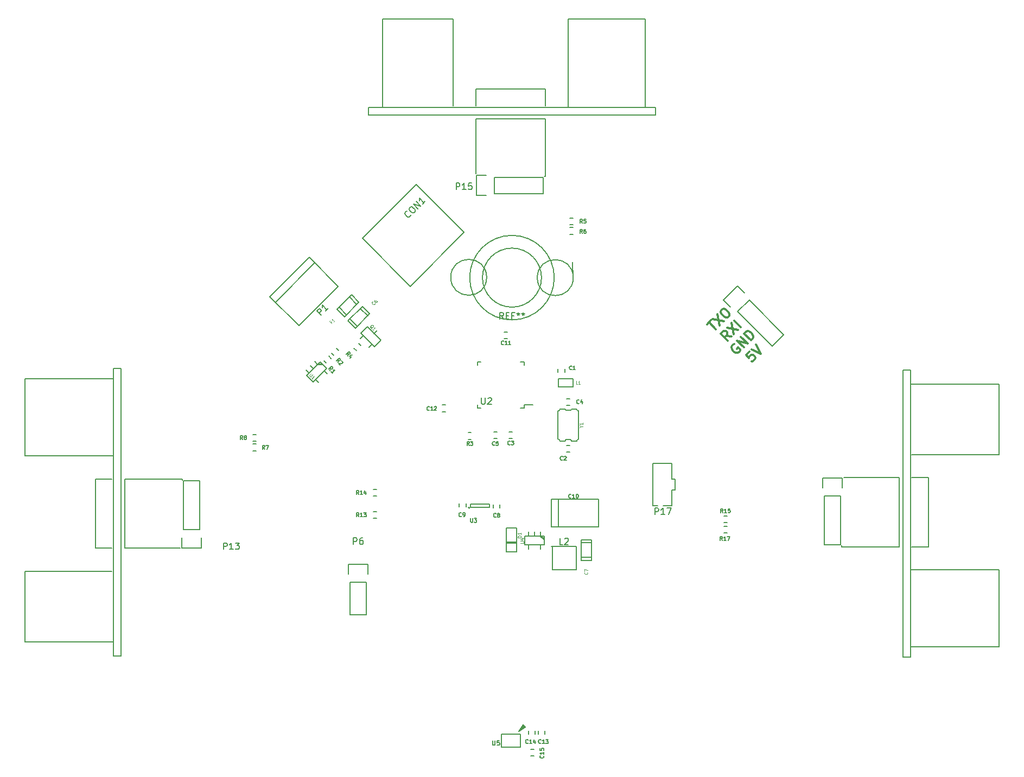
<source format=gbr>
G04 #@! TF.FileFunction,Legend,Top*
%FSLAX46Y46*%
G04 Gerber Fmt 4.6, Leading zero omitted, Abs format (unit mm)*
G04 Created by KiCad (PCBNEW 4.0.4-stable) date 11/01/16 13:58:18*
%MOMM*%
%LPD*%
G01*
G04 APERTURE LIST*
%ADD10C,0.100000*%
%ADD11C,0.300000*%
%ADD12C,0.150000*%
%ADD13C,0.127000*%
%ADD14C,0.119380*%
%ADD15C,0.114300*%
%ADD16C,0.125000*%
G04 APERTURE END LIST*
D10*
D11*
X170450773Y-131678185D02*
X171056865Y-131072093D01*
X171814480Y-132435799D02*
X170753820Y-131375138D01*
X171309403Y-130819555D02*
X173077170Y-131173108D01*
X172016510Y-130112448D02*
X172370063Y-131880215D01*
X172622601Y-129506357D02*
X172824631Y-129304327D01*
X172976155Y-129253819D01*
X173178185Y-129253819D01*
X173430723Y-129405342D01*
X173784276Y-129758895D01*
X173935800Y-130011434D01*
X173935800Y-130213464D01*
X173885291Y-130364987D01*
X173683261Y-130567017D01*
X173531739Y-130617525D01*
X173329708Y-130617525D01*
X173077169Y-130466002D01*
X172723616Y-130112449D01*
X172572094Y-129859910D01*
X172572094Y-129657880D01*
X172622601Y-129506357D01*
X174248947Y-133607575D02*
X173390318Y-133456053D01*
X173642855Y-134213667D02*
X172582195Y-133153007D01*
X172986256Y-132748946D01*
X173137780Y-132698438D01*
X173238795Y-132698439D01*
X173390318Y-132748946D01*
X173541840Y-132900469D01*
X173592348Y-133051992D01*
X173592348Y-133153007D01*
X173541840Y-133304531D01*
X173137780Y-133708591D01*
X173541840Y-132193362D02*
X175309607Y-132546915D01*
X174248947Y-131486255D02*
X174602500Y-133254022D01*
X175713668Y-132142855D02*
X174653008Y-131082194D01*
X174663109Y-134779353D02*
X174511586Y-134829860D01*
X174360063Y-134981383D01*
X174259048Y-135183413D01*
X174259048Y-135385444D01*
X174309556Y-135536967D01*
X174461079Y-135789506D01*
X174612601Y-135941028D01*
X174865140Y-136092551D01*
X175016662Y-136143059D01*
X175218693Y-136143058D01*
X175420723Y-136042043D01*
X175521738Y-135941028D01*
X175622754Y-135738998D01*
X175622754Y-135637982D01*
X175269201Y-135284429D01*
X175067170Y-135486460D01*
X176178338Y-135284429D02*
X175117678Y-134223768D01*
X176784429Y-134678337D01*
X175723769Y-133617677D01*
X177289506Y-134173261D02*
X176228846Y-133112600D01*
X176481384Y-132860062D01*
X176683414Y-132759048D01*
X176885445Y-132759047D01*
X177036968Y-132809555D01*
X177289507Y-132961078D01*
X177441029Y-133112600D01*
X177592552Y-133365139D01*
X177643060Y-133516662D01*
X177643059Y-133718693D01*
X177542044Y-133920722D01*
X177289506Y-134173261D01*
X177021815Y-135925875D02*
X176516739Y-136430951D01*
X176971307Y-136986535D01*
X176971308Y-136885520D01*
X177021815Y-136733997D01*
X177274354Y-136481459D01*
X177425877Y-136430952D01*
X177526892Y-136430951D01*
X177678414Y-136481459D01*
X177930952Y-136733997D01*
X177981460Y-136885520D01*
X177981460Y-136986535D01*
X177930952Y-137138058D01*
X177678414Y-137390596D01*
X177526892Y-137441104D01*
X177425876Y-137441104D01*
X177375368Y-135572322D02*
X178789582Y-136279429D01*
X178082475Y-134865215D01*
D12*
X125139949Y-109789340D02*
X116654668Y-118274621D01*
X116654668Y-118274621D02*
X124150000Y-125769953D01*
X124150000Y-125769953D02*
X132493860Y-117355382D01*
X132493860Y-117355382D02*
X125033883Y-109895406D01*
X108377199Y-121224097D02*
X102225370Y-127375926D01*
X112906218Y-125753116D02*
X106754389Y-131904945D01*
X106754389Y-131904945D02*
X102225370Y-127375926D01*
X103095111Y-128245668D02*
X109246940Y-122093839D01*
X108377199Y-121224097D02*
X112906218Y-125753116D01*
X141875000Y-144775000D02*
X141875000Y-144250000D01*
X134625000Y-144775000D02*
X134625000Y-144250000D01*
X134625000Y-137525000D02*
X134625000Y-138050000D01*
X141875000Y-137525000D02*
X141875000Y-138050000D01*
X141875000Y-144775000D02*
X141350000Y-144775000D01*
X141875000Y-137525000D02*
X141350000Y-137525000D01*
X134625000Y-137525000D02*
X135150000Y-137525000D01*
X134625000Y-144775000D02*
X135150000Y-144775000D01*
X141875000Y-144250000D02*
X143250000Y-144250000D01*
X146596401Y-124400000D02*
G75*
G03X146596401Y-124400000I-6596401J0D01*
G01*
X136050000Y-124350000D02*
G75*
G03X136050000Y-124350000I-2800000J0D01*
G01*
X149551785Y-124400000D02*
G75*
G03X149551785Y-124400000I-2801785J0D01*
G01*
X149500000Y-124400000D02*
X149450000Y-121950000D01*
X144606517Y-124400000D02*
G75*
G03X144606517Y-124400000I-4606517J0D01*
G01*
X147175000Y-138650000D02*
X147175000Y-139150000D01*
X148225000Y-139150000D02*
X148225000Y-138650000D01*
X149050000Y-150575000D02*
X148550000Y-150575000D01*
X148550000Y-151625000D02*
X149050000Y-151625000D01*
X140050000Y-148475000D02*
X139550000Y-148475000D01*
X139550000Y-149525000D02*
X140050000Y-149525000D01*
X149050000Y-143275000D02*
X148550000Y-143275000D01*
X148550000Y-144325000D02*
X149050000Y-144325000D01*
X137150000Y-149525000D02*
X137650000Y-149525000D01*
X137650000Y-148475000D02*
X137150000Y-148475000D01*
X137075000Y-159850000D02*
X137075000Y-160350000D01*
X138125000Y-160350000D02*
X138125000Y-159850000D01*
X132825000Y-160150000D02*
X132825000Y-159650000D01*
X131775000Y-159650000D02*
X131775000Y-160150000D01*
X139250000Y-132875000D02*
X138750000Y-132875000D01*
X138750000Y-133925000D02*
X139250000Y-133925000D01*
X129150000Y-145325000D02*
X129650000Y-145325000D01*
X129650000Y-144275000D02*
X129150000Y-144275000D01*
X145125000Y-195650000D02*
X145125000Y-195150000D01*
X144075000Y-195150000D02*
X144075000Y-195650000D01*
X143625000Y-195650000D02*
X143625000Y-195150000D01*
X142575000Y-195150000D02*
X142575000Y-195650000D01*
X143450000Y-197975000D02*
X142950000Y-197975000D01*
X142950000Y-199025000D02*
X143450000Y-199025000D01*
D13*
X113017041Y-129033487D02*
X114166513Y-130182959D01*
X115782959Y-128566513D02*
X114633487Y-127417041D01*
X116106249Y-128243224D02*
X114956776Y-127093751D01*
X114956776Y-127093751D02*
X112693751Y-129356776D01*
X112693751Y-129356776D02*
X113843224Y-130506249D01*
X113843224Y-130506249D02*
X116106249Y-128243224D01*
X149543000Y-141435000D02*
X147257000Y-141435000D01*
X147257000Y-141435000D02*
X147257000Y-140165000D01*
X147257000Y-140165000D02*
X149543000Y-140165000D01*
X149543000Y-140165000D02*
X149543000Y-141435000D01*
D12*
X146104027Y-166296367D02*
X150004027Y-166296367D01*
X150004027Y-166296367D02*
X150004027Y-169996367D01*
X150004027Y-169996367D02*
X146304027Y-169996367D01*
X146304027Y-169996367D02*
X146304027Y-166296367D01*
X110651992Y-137394454D02*
X111005546Y-137748008D01*
X111748008Y-137005546D02*
X111394454Y-136651992D01*
X112948008Y-135805546D02*
X112594454Y-135451992D01*
X111851992Y-136194454D02*
X112205546Y-136548008D01*
X133650000Y-148575000D02*
X133150000Y-148575000D01*
X133150000Y-149625000D02*
X133650000Y-149625000D01*
X115351992Y-135394454D02*
X115705546Y-135748008D01*
X116448008Y-135005546D02*
X116094454Y-134651992D01*
D13*
X109607763Y-138004409D02*
X110523749Y-138004409D01*
X109715526Y-137896646D02*
X110415986Y-137896646D01*
X109320395Y-140267433D02*
X109787368Y-140734407D01*
X110667433Y-138920395D02*
X111134407Y-139387368D01*
X109006086Y-138606086D02*
X108539113Y-138139113D01*
X108332567Y-139279605D02*
X107865593Y-138812632D01*
X109679605Y-137932567D02*
X109212632Y-137465593D01*
X111053584Y-138534244D02*
X108934244Y-140653584D01*
X108934244Y-140653584D02*
X107946416Y-139665756D01*
X107946416Y-139665756D02*
X110065756Y-137546416D01*
X110065756Y-137546416D02*
X111053584Y-138534244D01*
D12*
X133400000Y-160300000D02*
G75*
G03X133400000Y-160300000I-100000J0D01*
G01*
X133550000Y-159750000D02*
X133550000Y-160250000D01*
X136450000Y-159750000D02*
X133550000Y-159750000D01*
X136450000Y-160250000D02*
X136450000Y-159750000D01*
X133550000Y-160250000D02*
X136450000Y-160250000D01*
D13*
X144354927Y-164697867D02*
X145002627Y-165345567D01*
X144507327Y-164697867D02*
X145002627Y-165193167D01*
X142551527Y-166094867D02*
X142551527Y-166755267D01*
X144456527Y-166094867D02*
X144456527Y-166755267D01*
X143504027Y-164697867D02*
X143504027Y-164037467D01*
X142551527Y-164697867D02*
X142551527Y-164037467D01*
X144456527Y-164697867D02*
X144456527Y-164037467D01*
X145002627Y-166094867D02*
X142005427Y-166094867D01*
X142005427Y-166094867D02*
X142005427Y-164697867D01*
X142005427Y-164697867D02*
X145002627Y-164697867D01*
X145002627Y-164697867D02*
X145002627Y-166094867D01*
D12*
X150400000Y-149600000D02*
G75*
G03X150100000Y-149900000I0J-300000D01*
G01*
X150100000Y-144900000D02*
G75*
G03X150400000Y-145200000I300000J0D01*
G01*
X150400000Y-145200000D02*
X150400000Y-149600000D01*
X149300000Y-144900000D02*
X150100000Y-144900000D01*
X149300000Y-149900000D02*
X150100000Y-149900000D01*
X148400000Y-149700000D02*
X149200000Y-149700000D01*
X148400000Y-149700000D02*
X148300000Y-149900000D01*
X149200000Y-149700000D02*
X149300000Y-149900000D01*
X147500000Y-149900000D02*
X148300000Y-149900000D01*
X147500000Y-149900000D02*
G75*
G03X147200000Y-149600000I-300000J0D01*
G01*
X147200000Y-145200000D02*
X147200000Y-149600000D01*
X147500000Y-144900000D02*
X148300000Y-144900000D01*
X147200000Y-145200000D02*
G75*
G03X147500000Y-144900000I0J300000D01*
G01*
X148300000Y-144900000D02*
X148400000Y-145100000D01*
X149300000Y-144900000D02*
X149200000Y-145100000D01*
X148400000Y-145100000D02*
X149200000Y-145100000D01*
D13*
X140704127Y-165650467D02*
X139103927Y-165650467D01*
X139103927Y-165723467D02*
X140704127Y-165723467D01*
X140704127Y-165796467D02*
X139103927Y-165796467D01*
X140704127Y-167150567D02*
X140704127Y-163442167D01*
X140704127Y-163442167D02*
X139103927Y-163442167D01*
X139103927Y-163442167D02*
X139103927Y-167150567D01*
X139103927Y-167150567D02*
X140704127Y-167150567D01*
D12*
X147260000Y-163259000D02*
X147260000Y-158941000D01*
X153483000Y-163259000D02*
X153483000Y-158941000D01*
X153483000Y-158941000D02*
X146117000Y-158941000D01*
X146117000Y-158941000D02*
X146117000Y-163259000D01*
X146117000Y-163259000D02*
X153483000Y-163259000D01*
D13*
X150791227Y-168039367D02*
X152416827Y-168039367D01*
X152416827Y-165753367D02*
X150791227Y-165753367D01*
X152416827Y-165296167D02*
X150791227Y-165296167D01*
X150791227Y-165296167D02*
X150791227Y-168496567D01*
X150791227Y-168496567D02*
X152416827Y-168496567D01*
X152416827Y-168496567D02*
X152416827Y-165296167D01*
D12*
X77600000Y-166600000D02*
X75000000Y-166600000D01*
X75000000Y-166600000D02*
X75000000Y-155800000D01*
X75000000Y-155800000D02*
X77600000Y-155800000D01*
X77800000Y-140200000D02*
X64000000Y-140200000D01*
X64000000Y-140200000D02*
X64000000Y-152200000D01*
X64000000Y-152200000D02*
X77800000Y-152200000D01*
X77800000Y-181200000D02*
X64000000Y-181200000D01*
X64000000Y-181200000D02*
X64000000Y-170200000D01*
X64000000Y-170200000D02*
X77600000Y-170200000D01*
X77800000Y-138600000D02*
X77800000Y-183400000D01*
X77800000Y-183400000D02*
X79000000Y-183400000D01*
X79000000Y-183400000D02*
X79000000Y-138600000D01*
X79000000Y-138600000D02*
X77800000Y-138600000D01*
X88200000Y-166600000D02*
X79600000Y-166600000D01*
X79600000Y-166600000D02*
X79600000Y-155800000D01*
X79600000Y-155800000D02*
X88600000Y-155800000D01*
X88600000Y-155800000D02*
X88600000Y-156000000D01*
X91270000Y-163730000D02*
X91270000Y-156110000D01*
X88730000Y-163730000D02*
X88730000Y-156110000D01*
X88450000Y-166550000D02*
X88450000Y-165000000D01*
X91270000Y-156110000D02*
X88730000Y-156110000D01*
X88730000Y-163730000D02*
X91270000Y-163730000D01*
X91550000Y-165000000D02*
X91550000Y-166550000D01*
X91550000Y-166550000D02*
X88450000Y-166550000D01*
X134400000Y-97600000D02*
X134400000Y-95000000D01*
X134400000Y-95000000D02*
X145200000Y-95000000D01*
X145200000Y-95000000D02*
X145200000Y-97600000D01*
X160800000Y-97800000D02*
X160800000Y-84000000D01*
X160800000Y-84000000D02*
X148800000Y-84000000D01*
X148800000Y-84000000D02*
X148800000Y-97800000D01*
X119800000Y-97800000D02*
X119800000Y-84000000D01*
X119800000Y-84000000D02*
X130800000Y-84000000D01*
X130800000Y-84000000D02*
X130800000Y-97600000D01*
X162400000Y-97800000D02*
X117600000Y-97800000D01*
X117600000Y-97800000D02*
X117600000Y-99000000D01*
X117600000Y-99000000D02*
X162400000Y-99000000D01*
X162400000Y-99000000D02*
X162400000Y-97800000D01*
X134400000Y-108200000D02*
X134400000Y-99600000D01*
X134400000Y-99600000D02*
X145200000Y-99600000D01*
X145200000Y-99600000D02*
X145200000Y-108600000D01*
X145200000Y-108600000D02*
X145000000Y-108600000D01*
X137270000Y-111270000D02*
X144890000Y-111270000D01*
X137270000Y-108730000D02*
X144890000Y-108730000D01*
X134450000Y-108450000D02*
X136000000Y-108450000D01*
X144890000Y-111270000D02*
X144890000Y-108730000D01*
X137270000Y-108730000D02*
X137270000Y-111270000D01*
X136000000Y-111550000D02*
X134450000Y-111550000D01*
X134450000Y-111550000D02*
X134450000Y-108450000D01*
X202400000Y-155590000D02*
X205000000Y-155590000D01*
X205000000Y-155590000D02*
X205000000Y-166390000D01*
X205000000Y-166390000D02*
X202400000Y-166390000D01*
X202200000Y-181990000D02*
X216000000Y-181990000D01*
X216000000Y-181990000D02*
X216000000Y-169990000D01*
X216000000Y-169990000D02*
X202200000Y-169990000D01*
X202200000Y-140990000D02*
X216000000Y-140990000D01*
X216000000Y-140990000D02*
X216000000Y-151990000D01*
X216000000Y-151990000D02*
X202400000Y-151990000D01*
X202200000Y-183590000D02*
X202200000Y-138790000D01*
X202200000Y-138790000D02*
X201000000Y-138790000D01*
X201000000Y-138790000D02*
X201000000Y-183590000D01*
X201000000Y-183590000D02*
X202200000Y-183590000D01*
X191800000Y-155590000D02*
X200400000Y-155590000D01*
X200400000Y-155590000D02*
X200400000Y-166390000D01*
X200400000Y-166390000D02*
X191400000Y-166390000D01*
X191400000Y-166390000D02*
X191400000Y-166190000D01*
X188730000Y-158460000D02*
X188730000Y-166080000D01*
X191270000Y-158460000D02*
X191270000Y-166080000D01*
X191550000Y-155640000D02*
X191550000Y-157190000D01*
X188730000Y-166080000D02*
X191270000Y-166080000D01*
X191270000Y-158460000D02*
X188730000Y-158460000D01*
X188450000Y-157190000D02*
X188450000Y-155640000D01*
X188450000Y-155640000D02*
X191550000Y-155640000D01*
D13*
X117482959Y-130366513D02*
X116333487Y-129217041D01*
X114717041Y-130833487D02*
X115866513Y-131982959D01*
X114393751Y-131156776D02*
X115543224Y-132306249D01*
X115543224Y-132306249D02*
X117806249Y-130043224D01*
X117806249Y-130043224D02*
X116656776Y-128893751D01*
X116656776Y-128893751D02*
X114393751Y-131156776D01*
X118179605Y-134767433D02*
X117712632Y-135234407D01*
X116832567Y-133420395D02*
X116365593Y-133887368D01*
X118493914Y-133106086D02*
X118960887Y-132639113D01*
X117434244Y-132046416D02*
X119553584Y-134165756D01*
X119553584Y-134165756D02*
X118565756Y-135153584D01*
X118565756Y-135153584D02*
X116446416Y-133034244D01*
X116446416Y-133034244D02*
X117434244Y-132046416D01*
D12*
X138350000Y-197650000D02*
X141350000Y-197650000D01*
X141350000Y-197650000D02*
X141350000Y-195650000D01*
X141350000Y-195650000D02*
X138350000Y-195650000D01*
X138350000Y-195650000D02*
X138350000Y-197650000D01*
X141050000Y-195200000D02*
X141800000Y-194250000D01*
X141050000Y-195200000D02*
X142000000Y-194450000D01*
X142075000Y-194525000D02*
X141725000Y-194175000D01*
X141725000Y-194175000D02*
X141050000Y-195200000D01*
X141050000Y-195200000D02*
X142075000Y-194525000D01*
X141050000Y-195200000D02*
X141900000Y-194350000D01*
X118400000Y-161975000D02*
X118900000Y-161975000D01*
X118900000Y-160925000D02*
X118400000Y-160925000D01*
X118350000Y-158475000D02*
X118850000Y-158475000D01*
X118850000Y-157425000D02*
X118350000Y-157425000D01*
X175207898Y-129703949D02*
X180596052Y-135092103D01*
X177003949Y-127907898D02*
X182392103Y-133296052D01*
X175207898Y-125715867D02*
X176303914Y-126811882D01*
X180596052Y-135092103D02*
X182392103Y-133296052D01*
X177003949Y-127907898D02*
X175207898Y-129703949D01*
X174111882Y-129003914D02*
X173015867Y-127907898D01*
X173015867Y-127907898D02*
X175207898Y-125715867D01*
X114730000Y-171930000D02*
X114730000Y-177010000D01*
X114730000Y-177010000D02*
X117270000Y-177010000D01*
X117270000Y-177010000D02*
X117270000Y-171930000D01*
X117550000Y-169110000D02*
X117550000Y-170660000D01*
X117270000Y-171930000D02*
X114730000Y-171930000D01*
X114450000Y-170660000D02*
X114450000Y-169110000D01*
X114450000Y-169110000D02*
X117550000Y-169110000D01*
X149550000Y-115075000D02*
X149050000Y-115075000D01*
X149050000Y-116125000D02*
X149550000Y-116125000D01*
X149050000Y-117625000D02*
X149550000Y-117625000D01*
X149550000Y-116575000D02*
X149050000Y-116575000D01*
X99550000Y-151425000D02*
X100050000Y-151425000D01*
X100050000Y-150375000D02*
X99550000Y-150375000D01*
X100050000Y-148875000D02*
X99550000Y-148875000D01*
X99550000Y-149925000D02*
X100050000Y-149925000D01*
X173550000Y-161575000D02*
X173050000Y-161575000D01*
X173050000Y-162625000D02*
X173550000Y-162625000D01*
X173050000Y-164225000D02*
X173550000Y-164225000D01*
X173550000Y-163175000D02*
X173050000Y-163175000D01*
X165470000Y-157500000D02*
X164970000Y-157500000D01*
X165470000Y-155800000D02*
X165470000Y-157500000D01*
X164970000Y-155800000D02*
X165470000Y-155800000D01*
X161970000Y-160000000D02*
X162770000Y-160000000D01*
X161970000Y-153350000D02*
X161970000Y-160000000D01*
X161970000Y-153350000D02*
X164920000Y-153350000D01*
X164970000Y-153350000D02*
X164970000Y-155800000D01*
X163570000Y-160000000D02*
X164920000Y-160000000D01*
X164970000Y-160000000D02*
X164970000Y-157500000D01*
X124215660Y-114612817D02*
X124215660Y-114680161D01*
X124148317Y-114814848D01*
X124080973Y-114882191D01*
X123946286Y-114949535D01*
X123811599Y-114949535D01*
X123710584Y-114915864D01*
X123542225Y-114814848D01*
X123441209Y-114713833D01*
X123340194Y-114545474D01*
X123306522Y-114444459D01*
X123306522Y-114309772D01*
X123373866Y-114175084D01*
X123441210Y-114107741D01*
X123575897Y-114040397D01*
X123643240Y-114040397D01*
X124013629Y-113535322D02*
X124148317Y-113400634D01*
X124249332Y-113366962D01*
X124384019Y-113366962D01*
X124552377Y-113467978D01*
X124788080Y-113703680D01*
X124889095Y-113872039D01*
X124889095Y-114006726D01*
X124855423Y-114107741D01*
X124720736Y-114242428D01*
X124619721Y-114276100D01*
X124485034Y-114276100D01*
X124316675Y-114175085D01*
X124080973Y-113939382D01*
X123979957Y-113771024D01*
X123979957Y-113636337D01*
X124013629Y-113535322D01*
X125326827Y-113636337D02*
X124619721Y-112929230D01*
X125730889Y-113232276D01*
X125023782Y-112525169D01*
X126437996Y-112525169D02*
X126033934Y-112929230D01*
X126235965Y-112727200D02*
X125528858Y-112020093D01*
X125562529Y-112188452D01*
X125562529Y-112323138D01*
X125528858Y-112424154D01*
X110237488Y-130281312D02*
X109530381Y-129574205D01*
X109799755Y-129304830D01*
X109900771Y-129271159D01*
X109968114Y-129271159D01*
X110069129Y-129304830D01*
X110170144Y-129405846D01*
X110203816Y-129506861D01*
X110203816Y-129574204D01*
X110170144Y-129675219D01*
X109900770Y-129944594D01*
X111314984Y-129203815D02*
X110910923Y-129607877D01*
X111112953Y-129405846D02*
X110405846Y-128698740D01*
X110439518Y-128867098D01*
X110439518Y-129001785D01*
X110405846Y-129102800D01*
X135238095Y-143152381D02*
X135238095Y-143961905D01*
X135285714Y-144057143D01*
X135333333Y-144104762D01*
X135428571Y-144152381D01*
X135619048Y-144152381D01*
X135714286Y-144104762D01*
X135761905Y-144057143D01*
X135809524Y-143961905D01*
X135809524Y-143152381D01*
X136238095Y-143247619D02*
X136285714Y-143200000D01*
X136380952Y-143152381D01*
X136619048Y-143152381D01*
X136714286Y-143200000D01*
X136761905Y-143247619D01*
X136809524Y-143342857D01*
X136809524Y-143438095D01*
X136761905Y-143580952D01*
X136190476Y-144152381D01*
X136809524Y-144152381D01*
X138666667Y-130852381D02*
X138333333Y-130376190D01*
X138095238Y-130852381D02*
X138095238Y-129852381D01*
X138476191Y-129852381D01*
X138571429Y-129900000D01*
X138619048Y-129947619D01*
X138666667Y-130042857D01*
X138666667Y-130185714D01*
X138619048Y-130280952D01*
X138571429Y-130328571D01*
X138476191Y-130376190D01*
X138095238Y-130376190D01*
X139095238Y-130328571D02*
X139428572Y-130328571D01*
X139571429Y-130852381D02*
X139095238Y-130852381D01*
X139095238Y-129852381D01*
X139571429Y-129852381D01*
X140333334Y-130328571D02*
X140000000Y-130328571D01*
X140000000Y-130852381D02*
X140000000Y-129852381D01*
X140476191Y-129852381D01*
X141000000Y-129852381D02*
X141000000Y-130090476D01*
X140761905Y-129995238D02*
X141000000Y-130090476D01*
X141238096Y-129995238D01*
X140857143Y-130280952D02*
X141000000Y-130090476D01*
X141142858Y-130280952D01*
X141761905Y-129852381D02*
X141761905Y-130090476D01*
X141523810Y-129995238D02*
X141761905Y-130090476D01*
X142000001Y-129995238D01*
X141619048Y-130280952D02*
X141761905Y-130090476D01*
X141904763Y-130280952D01*
X149325000Y-138714286D02*
X149296429Y-138742857D01*
X149210715Y-138771429D01*
X149153572Y-138771429D01*
X149067857Y-138742857D01*
X149010715Y-138685714D01*
X148982143Y-138628571D01*
X148953572Y-138514286D01*
X148953572Y-138428571D01*
X148982143Y-138314286D01*
X149010715Y-138257143D01*
X149067857Y-138200000D01*
X149153572Y-138171429D01*
X149210715Y-138171429D01*
X149296429Y-138200000D01*
X149325000Y-138228571D01*
X149896429Y-138771429D02*
X149553572Y-138771429D01*
X149725000Y-138771429D02*
X149725000Y-138171429D01*
X149667857Y-138257143D01*
X149610715Y-138314286D01*
X149553572Y-138342857D01*
X147900000Y-152814286D02*
X147871429Y-152842857D01*
X147785715Y-152871429D01*
X147728572Y-152871429D01*
X147642857Y-152842857D01*
X147585715Y-152785714D01*
X147557143Y-152728571D01*
X147528572Y-152614286D01*
X147528572Y-152528571D01*
X147557143Y-152414286D01*
X147585715Y-152357143D01*
X147642857Y-152300000D01*
X147728572Y-152271429D01*
X147785715Y-152271429D01*
X147871429Y-152300000D01*
X147900000Y-152328571D01*
X148128572Y-152328571D02*
X148157143Y-152300000D01*
X148214286Y-152271429D01*
X148357143Y-152271429D01*
X148414286Y-152300000D01*
X148442857Y-152328571D01*
X148471429Y-152385714D01*
X148471429Y-152442857D01*
X148442857Y-152528571D01*
X148100000Y-152871429D01*
X148471429Y-152871429D01*
X139700000Y-150414286D02*
X139671429Y-150442857D01*
X139585715Y-150471429D01*
X139528572Y-150471429D01*
X139442857Y-150442857D01*
X139385715Y-150385714D01*
X139357143Y-150328571D01*
X139328572Y-150214286D01*
X139328572Y-150128571D01*
X139357143Y-150014286D01*
X139385715Y-149957143D01*
X139442857Y-149900000D01*
X139528572Y-149871429D01*
X139585715Y-149871429D01*
X139671429Y-149900000D01*
X139700000Y-149928571D01*
X139900000Y-149871429D02*
X140271429Y-149871429D01*
X140071429Y-150100000D01*
X140157143Y-150100000D01*
X140214286Y-150128571D01*
X140242857Y-150157143D01*
X140271429Y-150214286D01*
X140271429Y-150357143D01*
X140242857Y-150414286D01*
X140214286Y-150442857D01*
X140157143Y-150471429D01*
X139985715Y-150471429D01*
X139928572Y-150442857D01*
X139900000Y-150414286D01*
X150475000Y-143989286D02*
X150446429Y-144017857D01*
X150360715Y-144046429D01*
X150303572Y-144046429D01*
X150217857Y-144017857D01*
X150160715Y-143960714D01*
X150132143Y-143903571D01*
X150103572Y-143789286D01*
X150103572Y-143703571D01*
X150132143Y-143589286D01*
X150160715Y-143532143D01*
X150217857Y-143475000D01*
X150303572Y-143446429D01*
X150360715Y-143446429D01*
X150446429Y-143475000D01*
X150475000Y-143503571D01*
X150989286Y-143646429D02*
X150989286Y-144046429D01*
X150846429Y-143417857D02*
X150703572Y-143846429D01*
X151075000Y-143846429D01*
X137300000Y-150514286D02*
X137271429Y-150542857D01*
X137185715Y-150571429D01*
X137128572Y-150571429D01*
X137042857Y-150542857D01*
X136985715Y-150485714D01*
X136957143Y-150428571D01*
X136928572Y-150314286D01*
X136928572Y-150228571D01*
X136957143Y-150114286D01*
X136985715Y-150057143D01*
X137042857Y-150000000D01*
X137128572Y-149971429D01*
X137185715Y-149971429D01*
X137271429Y-150000000D01*
X137300000Y-150028571D01*
X137842857Y-149971429D02*
X137557143Y-149971429D01*
X137528572Y-150257143D01*
X137557143Y-150228571D01*
X137614286Y-150200000D01*
X137757143Y-150200000D01*
X137814286Y-150228571D01*
X137842857Y-150257143D01*
X137871429Y-150314286D01*
X137871429Y-150457143D01*
X137842857Y-150514286D01*
X137814286Y-150542857D01*
X137757143Y-150571429D01*
X137614286Y-150571429D01*
X137557143Y-150542857D01*
X137528572Y-150514286D01*
X137500000Y-161714286D02*
X137471429Y-161742857D01*
X137385715Y-161771429D01*
X137328572Y-161771429D01*
X137242857Y-161742857D01*
X137185715Y-161685714D01*
X137157143Y-161628571D01*
X137128572Y-161514286D01*
X137128572Y-161428571D01*
X137157143Y-161314286D01*
X137185715Y-161257143D01*
X137242857Y-161200000D01*
X137328572Y-161171429D01*
X137385715Y-161171429D01*
X137471429Y-161200000D01*
X137500000Y-161228571D01*
X137842857Y-161428571D02*
X137785715Y-161400000D01*
X137757143Y-161371429D01*
X137728572Y-161314286D01*
X137728572Y-161285714D01*
X137757143Y-161228571D01*
X137785715Y-161200000D01*
X137842857Y-161171429D01*
X137957143Y-161171429D01*
X138014286Y-161200000D01*
X138042857Y-161228571D01*
X138071429Y-161285714D01*
X138071429Y-161314286D01*
X138042857Y-161371429D01*
X138014286Y-161400000D01*
X137957143Y-161428571D01*
X137842857Y-161428571D01*
X137785715Y-161457143D01*
X137757143Y-161485714D01*
X137728572Y-161542857D01*
X137728572Y-161657143D01*
X137757143Y-161714286D01*
X137785715Y-161742857D01*
X137842857Y-161771429D01*
X137957143Y-161771429D01*
X138014286Y-161742857D01*
X138042857Y-161714286D01*
X138071429Y-161657143D01*
X138071429Y-161542857D01*
X138042857Y-161485714D01*
X138014286Y-161457143D01*
X137957143Y-161428571D01*
X132100000Y-161614286D02*
X132071429Y-161642857D01*
X131985715Y-161671429D01*
X131928572Y-161671429D01*
X131842857Y-161642857D01*
X131785715Y-161585714D01*
X131757143Y-161528571D01*
X131728572Y-161414286D01*
X131728572Y-161328571D01*
X131757143Y-161214286D01*
X131785715Y-161157143D01*
X131842857Y-161100000D01*
X131928572Y-161071429D01*
X131985715Y-161071429D01*
X132071429Y-161100000D01*
X132100000Y-161128571D01*
X132385715Y-161671429D02*
X132500000Y-161671429D01*
X132557143Y-161642857D01*
X132585715Y-161614286D01*
X132642857Y-161528571D01*
X132671429Y-161414286D01*
X132671429Y-161185714D01*
X132642857Y-161128571D01*
X132614286Y-161100000D01*
X132557143Y-161071429D01*
X132442857Y-161071429D01*
X132385715Y-161100000D01*
X132357143Y-161128571D01*
X132328572Y-161185714D01*
X132328572Y-161328571D01*
X132357143Y-161385714D01*
X132385715Y-161414286D01*
X132442857Y-161442857D01*
X132557143Y-161442857D01*
X132614286Y-161414286D01*
X132642857Y-161385714D01*
X132671429Y-161328571D01*
X138689285Y-134814286D02*
X138660714Y-134842857D01*
X138575000Y-134871429D01*
X138517857Y-134871429D01*
X138432142Y-134842857D01*
X138375000Y-134785714D01*
X138346428Y-134728571D01*
X138317857Y-134614286D01*
X138317857Y-134528571D01*
X138346428Y-134414286D01*
X138375000Y-134357143D01*
X138432142Y-134300000D01*
X138517857Y-134271429D01*
X138575000Y-134271429D01*
X138660714Y-134300000D01*
X138689285Y-134328571D01*
X139260714Y-134871429D02*
X138917857Y-134871429D01*
X139089285Y-134871429D02*
X139089285Y-134271429D01*
X139032142Y-134357143D01*
X138975000Y-134414286D01*
X138917857Y-134442857D01*
X139832143Y-134871429D02*
X139489286Y-134871429D01*
X139660714Y-134871429D02*
X139660714Y-134271429D01*
X139603571Y-134357143D01*
X139546429Y-134414286D01*
X139489286Y-134442857D01*
X127089285Y-145064286D02*
X127060714Y-145092857D01*
X126975000Y-145121429D01*
X126917857Y-145121429D01*
X126832142Y-145092857D01*
X126775000Y-145035714D01*
X126746428Y-144978571D01*
X126717857Y-144864286D01*
X126717857Y-144778571D01*
X126746428Y-144664286D01*
X126775000Y-144607143D01*
X126832142Y-144550000D01*
X126917857Y-144521429D01*
X126975000Y-144521429D01*
X127060714Y-144550000D01*
X127089285Y-144578571D01*
X127660714Y-145121429D02*
X127317857Y-145121429D01*
X127489285Y-145121429D02*
X127489285Y-144521429D01*
X127432142Y-144607143D01*
X127375000Y-144664286D01*
X127317857Y-144692857D01*
X127889286Y-144578571D02*
X127917857Y-144550000D01*
X127975000Y-144521429D01*
X128117857Y-144521429D01*
X128175000Y-144550000D01*
X128203571Y-144578571D01*
X128232143Y-144635714D01*
X128232143Y-144692857D01*
X128203571Y-144778571D01*
X127860714Y-145121429D01*
X128232143Y-145121429D01*
X144514285Y-197014286D02*
X144485714Y-197042857D01*
X144400000Y-197071429D01*
X144342857Y-197071429D01*
X144257142Y-197042857D01*
X144200000Y-196985714D01*
X144171428Y-196928571D01*
X144142857Y-196814286D01*
X144142857Y-196728571D01*
X144171428Y-196614286D01*
X144200000Y-196557143D01*
X144257142Y-196500000D01*
X144342857Y-196471429D01*
X144400000Y-196471429D01*
X144485714Y-196500000D01*
X144514285Y-196528571D01*
X145085714Y-197071429D02*
X144742857Y-197071429D01*
X144914285Y-197071429D02*
X144914285Y-196471429D01*
X144857142Y-196557143D01*
X144800000Y-196614286D01*
X144742857Y-196642857D01*
X145285714Y-196471429D02*
X145657143Y-196471429D01*
X145457143Y-196700000D01*
X145542857Y-196700000D01*
X145600000Y-196728571D01*
X145628571Y-196757143D01*
X145657143Y-196814286D01*
X145657143Y-196957143D01*
X145628571Y-197014286D01*
X145600000Y-197042857D01*
X145542857Y-197071429D01*
X145371429Y-197071429D01*
X145314286Y-197042857D01*
X145285714Y-197014286D01*
X142514285Y-197014286D02*
X142485714Y-197042857D01*
X142400000Y-197071429D01*
X142342857Y-197071429D01*
X142257142Y-197042857D01*
X142200000Y-196985714D01*
X142171428Y-196928571D01*
X142142857Y-196814286D01*
X142142857Y-196728571D01*
X142171428Y-196614286D01*
X142200000Y-196557143D01*
X142257142Y-196500000D01*
X142342857Y-196471429D01*
X142400000Y-196471429D01*
X142485714Y-196500000D01*
X142514285Y-196528571D01*
X143085714Y-197071429D02*
X142742857Y-197071429D01*
X142914285Y-197071429D02*
X142914285Y-196471429D01*
X142857142Y-196557143D01*
X142800000Y-196614286D01*
X142742857Y-196642857D01*
X143600000Y-196671429D02*
X143600000Y-197071429D01*
X143457143Y-196442857D02*
X143314286Y-196871429D01*
X143685714Y-196871429D01*
X144914286Y-198985715D02*
X144942857Y-199014286D01*
X144971429Y-199100000D01*
X144971429Y-199157143D01*
X144942857Y-199242858D01*
X144885714Y-199300000D01*
X144828571Y-199328572D01*
X144714286Y-199357143D01*
X144628571Y-199357143D01*
X144514286Y-199328572D01*
X144457143Y-199300000D01*
X144400000Y-199242858D01*
X144371429Y-199157143D01*
X144371429Y-199100000D01*
X144400000Y-199014286D01*
X144428571Y-198985715D01*
X144971429Y-198414286D02*
X144971429Y-198757143D01*
X144971429Y-198585715D02*
X144371429Y-198585715D01*
X144457143Y-198642858D01*
X144514286Y-198700000D01*
X144542857Y-198757143D01*
X144371429Y-197871429D02*
X144371429Y-198157143D01*
X144657143Y-198185714D01*
X144628571Y-198157143D01*
X144600000Y-198100000D01*
X144600000Y-197957143D01*
X144628571Y-197900000D01*
X144657143Y-197871429D01*
X144714286Y-197842857D01*
X144857143Y-197842857D01*
X144914286Y-197871429D01*
X144942857Y-197900000D01*
X144971429Y-197957143D01*
X144971429Y-198100000D01*
X144942857Y-198157143D01*
X144914286Y-198185714D01*
D14*
X111817269Y-131261476D02*
X111699328Y-131379416D01*
X111884663Y-131564751D02*
X111530841Y-131210929D01*
X111699328Y-131042442D01*
X112373275Y-131076140D02*
X112171090Y-131278324D01*
X112272182Y-131177232D02*
X111918360Y-130823410D01*
X111935209Y-130907653D01*
X111935209Y-130975047D01*
X111918360Y-131025594D01*
D15*
X150223800Y-141054810D02*
X150006086Y-141054810D01*
X150006086Y-140546810D01*
X150615686Y-141054810D02*
X150354429Y-141054810D01*
X150485057Y-141054810D02*
X150485057Y-140546810D01*
X150441514Y-140619381D01*
X150397972Y-140667762D01*
X150354429Y-140691952D01*
D12*
X147937361Y-166048748D02*
X147461170Y-166048748D01*
X147461170Y-165048748D01*
X148223075Y-165143986D02*
X148270694Y-165096367D01*
X148365932Y-165048748D01*
X148604028Y-165048748D01*
X148699266Y-165096367D01*
X148746885Y-165143986D01*
X148794504Y-165239224D01*
X148794504Y-165334462D01*
X148746885Y-165477319D01*
X148175456Y-166048748D01*
X148794504Y-166048748D01*
X111637360Y-138921219D02*
X111697970Y-138577766D01*
X111394924Y-138678782D02*
X111819188Y-138254518D01*
X111980812Y-138416143D01*
X112001015Y-138476751D01*
X112001016Y-138517157D01*
X111980812Y-138577766D01*
X111920203Y-138638376D01*
X111859595Y-138658579D01*
X111819188Y-138658579D01*
X111758579Y-138638376D01*
X111596955Y-138476751D01*
X112041421Y-139325280D02*
X111798985Y-139082843D01*
X111920203Y-139204061D02*
X112344467Y-138779797D01*
X112243452Y-138800000D01*
X112162640Y-138800001D01*
X112102031Y-138779797D01*
X112837360Y-137621219D02*
X112897970Y-137277766D01*
X112594924Y-137378782D02*
X113019188Y-136954518D01*
X113180812Y-137116143D01*
X113201015Y-137176751D01*
X113201016Y-137217157D01*
X113180812Y-137277766D01*
X113120203Y-137338376D01*
X113059595Y-137358579D01*
X113019188Y-137358579D01*
X112958579Y-137338376D01*
X112796955Y-137176751D01*
X113382843Y-137398985D02*
X113423249Y-137398985D01*
X113483858Y-137419188D01*
X113584873Y-137520203D01*
X113605076Y-137580812D01*
X113605076Y-137621218D01*
X113584874Y-137681828D01*
X113544468Y-137722234D01*
X113463655Y-137762639D01*
X112978781Y-137762640D01*
X113241421Y-138025280D01*
X133325000Y-150571429D02*
X133125000Y-150285714D01*
X132982143Y-150571429D02*
X132982143Y-149971429D01*
X133210715Y-149971429D01*
X133267857Y-150000000D01*
X133296429Y-150028571D01*
X133325000Y-150085714D01*
X133325000Y-150171429D01*
X133296429Y-150228571D01*
X133267857Y-150257143D01*
X133210715Y-150285714D01*
X132982143Y-150285714D01*
X133525000Y-149971429D02*
X133896429Y-149971429D01*
X133696429Y-150200000D01*
X133782143Y-150200000D01*
X133839286Y-150228571D01*
X133867857Y-150257143D01*
X133896429Y-150314286D01*
X133896429Y-150457143D01*
X133867857Y-150514286D01*
X133839286Y-150542857D01*
X133782143Y-150571429D01*
X133610715Y-150571429D01*
X133553572Y-150542857D01*
X133525000Y-150514286D01*
X114364568Y-136594011D02*
X114425178Y-136250558D01*
X114122132Y-136351574D02*
X114546396Y-135927310D01*
X114708020Y-136088935D01*
X114728223Y-136149543D01*
X114728224Y-136189949D01*
X114708020Y-136250558D01*
X114647411Y-136311168D01*
X114586803Y-136331371D01*
X114546396Y-136331371D01*
X114485787Y-136311168D01*
X114324163Y-136149543D01*
X115011066Y-136674823D02*
X114728223Y-136957666D01*
X115071676Y-136412183D02*
X114667614Y-136614214D01*
X114930253Y-136876853D01*
D16*
X108724239Y-139337013D02*
X108438029Y-139623223D01*
X108421193Y-139673731D01*
X108421193Y-139707403D01*
X108438029Y-139757910D01*
X108505373Y-139825254D01*
X108555880Y-139842090D01*
X108589552Y-139842089D01*
X108640060Y-139825254D01*
X108926269Y-139539044D01*
X108926269Y-140246150D02*
X108724239Y-140044120D01*
X108825254Y-140145135D02*
X109178808Y-139791582D01*
X109094628Y-139808418D01*
X109027285Y-139808418D01*
X108976777Y-139791583D01*
D12*
X133542857Y-161971429D02*
X133542857Y-162457143D01*
X133571429Y-162514286D01*
X133600000Y-162542857D01*
X133657143Y-162571429D01*
X133771429Y-162571429D01*
X133828571Y-162542857D01*
X133857143Y-162514286D01*
X133885714Y-162457143D01*
X133885714Y-161971429D01*
X134114285Y-161971429D02*
X134485714Y-161971429D01*
X134285714Y-162200000D01*
X134371428Y-162200000D01*
X134428571Y-162228571D01*
X134457142Y-162257143D01*
X134485714Y-162314286D01*
X134485714Y-162457143D01*
X134457142Y-162514286D01*
X134428571Y-162542857D01*
X134371428Y-162571429D01*
X134200000Y-162571429D01*
X134142857Y-162542857D01*
X134114285Y-162514286D01*
D16*
X141340217Y-165817319D02*
X141744979Y-165817319D01*
X141792598Y-165793510D01*
X141816408Y-165769700D01*
X141840217Y-165722081D01*
X141840217Y-165626843D01*
X141816408Y-165579224D01*
X141792598Y-165555415D01*
X141744979Y-165531605D01*
X141340217Y-165531605D01*
X141506884Y-165079224D02*
X141840217Y-165079224D01*
X141316408Y-165198271D02*
X141673551Y-165317319D01*
X141673551Y-165007795D01*
X150788095Y-147638094D02*
X151026190Y-147638094D01*
X150526190Y-147804761D02*
X150788095Y-147638094D01*
X150526190Y-147471428D01*
X151026190Y-147042857D02*
X151026190Y-147328571D01*
X151026190Y-147185714D02*
X150526190Y-147185714D01*
X150597619Y-147233333D01*
X150645238Y-147280952D01*
X150669048Y-147328571D01*
X141430217Y-164965414D02*
X140930217Y-164965414D01*
X140930217Y-164846367D01*
X140954027Y-164774938D01*
X141001646Y-164727319D01*
X141049265Y-164703510D01*
X141144503Y-164679700D01*
X141215932Y-164679700D01*
X141311170Y-164703510D01*
X141358789Y-164727319D01*
X141406408Y-164774938D01*
X141430217Y-164846367D01*
X141430217Y-164965414D01*
X141430217Y-164203510D02*
X141430217Y-164489224D01*
X141430217Y-164346367D02*
X140930217Y-164346367D01*
X141001646Y-164393986D01*
X141049265Y-164441605D01*
X141073075Y-164489224D01*
D12*
X149214285Y-158714286D02*
X149185714Y-158742857D01*
X149100000Y-158771429D01*
X149042857Y-158771429D01*
X148957142Y-158742857D01*
X148900000Y-158685714D01*
X148871428Y-158628571D01*
X148842857Y-158514286D01*
X148842857Y-158428571D01*
X148871428Y-158314286D01*
X148900000Y-158257143D01*
X148957142Y-158200000D01*
X149042857Y-158171429D01*
X149100000Y-158171429D01*
X149185714Y-158200000D01*
X149214285Y-158228571D01*
X149785714Y-158771429D02*
X149442857Y-158771429D01*
X149614285Y-158771429D02*
X149614285Y-158171429D01*
X149557142Y-158257143D01*
X149500000Y-158314286D01*
X149442857Y-158342857D01*
X150157143Y-158171429D02*
X150214286Y-158171429D01*
X150271429Y-158200000D01*
X150300000Y-158228571D01*
X150328571Y-158285714D01*
X150357143Y-158400000D01*
X150357143Y-158542857D01*
X150328571Y-158657143D01*
X150300000Y-158714286D01*
X150271429Y-158742857D01*
X150214286Y-158771429D01*
X150157143Y-158771429D01*
X150100000Y-158742857D01*
X150071429Y-158714286D01*
X150042857Y-158657143D01*
X150014286Y-158542857D01*
X150014286Y-158400000D01*
X150042857Y-158285714D01*
X150071429Y-158228571D01*
X150100000Y-158200000D01*
X150157143Y-158171429D01*
D14*
X151732734Y-170379763D02*
X151756562Y-170403591D01*
X151780389Y-170475074D01*
X151780389Y-170522729D01*
X151756562Y-170594212D01*
X151708907Y-170641867D01*
X151661251Y-170665695D01*
X151565941Y-170689523D01*
X151494458Y-170689523D01*
X151399147Y-170665695D01*
X151351492Y-170641867D01*
X151303837Y-170594212D01*
X151280009Y-170522729D01*
X151280009Y-170475074D01*
X151303837Y-170403591D01*
X151327665Y-170379763D01*
X151280009Y-170212970D02*
X151280009Y-169879383D01*
X151780389Y-170093832D01*
D12*
X94985714Y-166802381D02*
X94985714Y-165802381D01*
X95366667Y-165802381D01*
X95461905Y-165850000D01*
X95509524Y-165897619D01*
X95557143Y-165992857D01*
X95557143Y-166135714D01*
X95509524Y-166230952D01*
X95461905Y-166278571D01*
X95366667Y-166326190D01*
X94985714Y-166326190D01*
X96509524Y-166802381D02*
X95938095Y-166802381D01*
X96223809Y-166802381D02*
X96223809Y-165802381D01*
X96128571Y-165945238D01*
X96033333Y-166040476D01*
X95938095Y-166088095D01*
X96842857Y-165802381D02*
X97461905Y-165802381D01*
X97128571Y-166183333D01*
X97271429Y-166183333D01*
X97366667Y-166230952D01*
X97414286Y-166278571D01*
X97461905Y-166373810D01*
X97461905Y-166611905D01*
X97414286Y-166707143D01*
X97366667Y-166754762D01*
X97271429Y-166802381D01*
X96985714Y-166802381D01*
X96890476Y-166754762D01*
X96842857Y-166707143D01*
X131285714Y-110652381D02*
X131285714Y-109652381D01*
X131666667Y-109652381D01*
X131761905Y-109700000D01*
X131809524Y-109747619D01*
X131857143Y-109842857D01*
X131857143Y-109985714D01*
X131809524Y-110080952D01*
X131761905Y-110128571D01*
X131666667Y-110176190D01*
X131285714Y-110176190D01*
X132809524Y-110652381D02*
X132238095Y-110652381D01*
X132523809Y-110652381D02*
X132523809Y-109652381D01*
X132428571Y-109795238D01*
X132333333Y-109890476D01*
X132238095Y-109938095D01*
X133714286Y-109652381D02*
X133238095Y-109652381D01*
X133190476Y-110128571D01*
X133238095Y-110080952D01*
X133333333Y-110033333D01*
X133571429Y-110033333D01*
X133666667Y-110080952D01*
X133714286Y-110128571D01*
X133761905Y-110223810D01*
X133761905Y-110461905D01*
X133714286Y-110557143D01*
X133666667Y-110604762D01*
X133571429Y-110652381D01*
X133333333Y-110652381D01*
X133238095Y-110604762D01*
X133190476Y-110557143D01*
D14*
X118606913Y-128416527D02*
X118606913Y-128450225D01*
X118573215Y-128517619D01*
X118539518Y-128551316D01*
X118472124Y-128585014D01*
X118404729Y-128585014D01*
X118354182Y-128568165D01*
X118269939Y-128517620D01*
X118219393Y-128467074D01*
X118168847Y-128382830D01*
X118151999Y-128332284D01*
X118151999Y-128264889D01*
X118185696Y-128197494D01*
X118219393Y-128163797D01*
X118286788Y-128130100D01*
X118320486Y-128130100D01*
X118590064Y-127793126D02*
X118522669Y-127860521D01*
X118505821Y-127911067D01*
X118505821Y-127944765D01*
X118522669Y-128029008D01*
X118573215Y-128113252D01*
X118708005Y-128248041D01*
X118758551Y-128264889D01*
X118792249Y-128264889D01*
X118842794Y-128248040D01*
X118910188Y-128180646D01*
X118927038Y-128130100D01*
X118927037Y-128096403D01*
X118910189Y-128045856D01*
X118825946Y-127961613D01*
X118775400Y-127944765D01*
X118741702Y-127944764D01*
X118691156Y-127961613D01*
X118623761Y-128029008D01*
X118606913Y-128079554D01*
X118606913Y-128113252D01*
X118623761Y-128163798D01*
D16*
X118041416Y-132345727D02*
X118024581Y-132295219D01*
X118024581Y-132227876D01*
X118024581Y-132126860D01*
X118007745Y-132076353D01*
X117974073Y-132042681D01*
X117906730Y-132143696D02*
X117889894Y-132093189D01*
X117889894Y-132025846D01*
X117940401Y-131941666D01*
X118058253Y-131823815D01*
X118142432Y-131773307D01*
X118209776Y-131773307D01*
X118260284Y-131790143D01*
X118327627Y-131857486D01*
X118344463Y-131907994D01*
X118344463Y-131975338D01*
X118293955Y-132059517D01*
X118176103Y-132177368D01*
X118091924Y-132227876D01*
X118024581Y-132227876D01*
X117974074Y-132211040D01*
X117906730Y-132143696D01*
X118394970Y-132631936D02*
X118192940Y-132429906D01*
X118293955Y-132530921D02*
X118647509Y-132177368D01*
X118563329Y-132194204D01*
X118495986Y-132194204D01*
X118445478Y-132177369D01*
D12*
X136966667Y-196666667D02*
X136966667Y-197233333D01*
X137000000Y-197300000D01*
X137033333Y-197333333D01*
X137100000Y-197366667D01*
X137233333Y-197366667D01*
X137300000Y-197333333D01*
X137333333Y-197300000D01*
X137366667Y-197233333D01*
X137366667Y-196666667D01*
X138033333Y-196666667D02*
X137700000Y-196666667D01*
X137666666Y-197000000D01*
X137700000Y-196966667D01*
X137766666Y-196933333D01*
X137933333Y-196933333D01*
X138000000Y-196966667D01*
X138033333Y-197000000D01*
X138066666Y-197066667D01*
X138066666Y-197233333D01*
X138033333Y-197300000D01*
X138000000Y-197333333D01*
X137933333Y-197366667D01*
X137766666Y-197366667D01*
X137700000Y-197333333D01*
X137666666Y-197300000D01*
X116114285Y-161721429D02*
X115914285Y-161435714D01*
X115771428Y-161721429D02*
X115771428Y-161121429D01*
X116000000Y-161121429D01*
X116057142Y-161150000D01*
X116085714Y-161178571D01*
X116114285Y-161235714D01*
X116114285Y-161321429D01*
X116085714Y-161378571D01*
X116057142Y-161407143D01*
X116000000Y-161435714D01*
X115771428Y-161435714D01*
X116685714Y-161721429D02*
X116342857Y-161721429D01*
X116514285Y-161721429D02*
X116514285Y-161121429D01*
X116457142Y-161207143D01*
X116400000Y-161264286D01*
X116342857Y-161292857D01*
X116885714Y-161121429D02*
X117257143Y-161121429D01*
X117057143Y-161350000D01*
X117142857Y-161350000D01*
X117200000Y-161378571D01*
X117228571Y-161407143D01*
X117257143Y-161464286D01*
X117257143Y-161607143D01*
X117228571Y-161664286D01*
X117200000Y-161692857D01*
X117142857Y-161721429D01*
X116971429Y-161721429D01*
X116914286Y-161692857D01*
X116885714Y-161664286D01*
X116114285Y-158221429D02*
X115914285Y-157935714D01*
X115771428Y-158221429D02*
X115771428Y-157621429D01*
X116000000Y-157621429D01*
X116057142Y-157650000D01*
X116085714Y-157678571D01*
X116114285Y-157735714D01*
X116114285Y-157821429D01*
X116085714Y-157878571D01*
X116057142Y-157907143D01*
X116000000Y-157935714D01*
X115771428Y-157935714D01*
X116685714Y-158221429D02*
X116342857Y-158221429D01*
X116514285Y-158221429D02*
X116514285Y-157621429D01*
X116457142Y-157707143D01*
X116400000Y-157764286D01*
X116342857Y-157792857D01*
X117200000Y-157821429D02*
X117200000Y-158221429D01*
X117057143Y-157592857D02*
X116914286Y-158021429D01*
X117285714Y-158021429D01*
X115261905Y-166012381D02*
X115261905Y-165012381D01*
X115642858Y-165012381D01*
X115738096Y-165060000D01*
X115785715Y-165107619D01*
X115833334Y-165202857D01*
X115833334Y-165345714D01*
X115785715Y-165440952D01*
X115738096Y-165488571D01*
X115642858Y-165536190D01*
X115261905Y-165536190D01*
X116690477Y-165012381D02*
X116500000Y-165012381D01*
X116404762Y-165060000D01*
X116357143Y-165107619D01*
X116261905Y-165250476D01*
X116214286Y-165440952D01*
X116214286Y-165821905D01*
X116261905Y-165917143D01*
X116309524Y-165964762D01*
X116404762Y-166012381D01*
X116595239Y-166012381D01*
X116690477Y-165964762D01*
X116738096Y-165917143D01*
X116785715Y-165821905D01*
X116785715Y-165583810D01*
X116738096Y-165488571D01*
X116690477Y-165440952D01*
X116595239Y-165393333D01*
X116404762Y-165393333D01*
X116309524Y-165440952D01*
X116261905Y-165488571D01*
X116214286Y-165583810D01*
X151000000Y-115871429D02*
X150800000Y-115585714D01*
X150657143Y-115871429D02*
X150657143Y-115271429D01*
X150885715Y-115271429D01*
X150942857Y-115300000D01*
X150971429Y-115328571D01*
X151000000Y-115385714D01*
X151000000Y-115471429D01*
X150971429Y-115528571D01*
X150942857Y-115557143D01*
X150885715Y-115585714D01*
X150657143Y-115585714D01*
X151542857Y-115271429D02*
X151257143Y-115271429D01*
X151228572Y-115557143D01*
X151257143Y-115528571D01*
X151314286Y-115500000D01*
X151457143Y-115500000D01*
X151514286Y-115528571D01*
X151542857Y-115557143D01*
X151571429Y-115614286D01*
X151571429Y-115757143D01*
X151542857Y-115814286D01*
X151514286Y-115842857D01*
X151457143Y-115871429D01*
X151314286Y-115871429D01*
X151257143Y-115842857D01*
X151228572Y-115814286D01*
X151000000Y-117471429D02*
X150800000Y-117185714D01*
X150657143Y-117471429D02*
X150657143Y-116871429D01*
X150885715Y-116871429D01*
X150942857Y-116900000D01*
X150971429Y-116928571D01*
X151000000Y-116985714D01*
X151000000Y-117071429D01*
X150971429Y-117128571D01*
X150942857Y-117157143D01*
X150885715Y-117185714D01*
X150657143Y-117185714D01*
X151514286Y-116871429D02*
X151400000Y-116871429D01*
X151342857Y-116900000D01*
X151314286Y-116928571D01*
X151257143Y-117014286D01*
X151228572Y-117128571D01*
X151228572Y-117357143D01*
X151257143Y-117414286D01*
X151285715Y-117442857D01*
X151342857Y-117471429D01*
X151457143Y-117471429D01*
X151514286Y-117442857D01*
X151542857Y-117414286D01*
X151571429Y-117357143D01*
X151571429Y-117214286D01*
X151542857Y-117157143D01*
X151514286Y-117128571D01*
X151457143Y-117100000D01*
X151342857Y-117100000D01*
X151285715Y-117128571D01*
X151257143Y-117157143D01*
X151228572Y-117214286D01*
X101400000Y-151171429D02*
X101200000Y-150885714D01*
X101057143Y-151171429D02*
X101057143Y-150571429D01*
X101285715Y-150571429D01*
X101342857Y-150600000D01*
X101371429Y-150628571D01*
X101400000Y-150685714D01*
X101400000Y-150771429D01*
X101371429Y-150828571D01*
X101342857Y-150857143D01*
X101285715Y-150885714D01*
X101057143Y-150885714D01*
X101600000Y-150571429D02*
X102000000Y-150571429D01*
X101742857Y-151171429D01*
X98000000Y-149671429D02*
X97800000Y-149385714D01*
X97657143Y-149671429D02*
X97657143Y-149071429D01*
X97885715Y-149071429D01*
X97942857Y-149100000D01*
X97971429Y-149128571D01*
X98000000Y-149185714D01*
X98000000Y-149271429D01*
X97971429Y-149328571D01*
X97942857Y-149357143D01*
X97885715Y-149385714D01*
X97657143Y-149385714D01*
X98342857Y-149328571D02*
X98285715Y-149300000D01*
X98257143Y-149271429D01*
X98228572Y-149214286D01*
X98228572Y-149185714D01*
X98257143Y-149128571D01*
X98285715Y-149100000D01*
X98342857Y-149071429D01*
X98457143Y-149071429D01*
X98514286Y-149100000D01*
X98542857Y-149128571D01*
X98571429Y-149185714D01*
X98571429Y-149214286D01*
X98542857Y-149271429D01*
X98514286Y-149300000D01*
X98457143Y-149328571D01*
X98342857Y-149328571D01*
X98285715Y-149357143D01*
X98257143Y-149385714D01*
X98228572Y-149442857D01*
X98228572Y-149557143D01*
X98257143Y-149614286D01*
X98285715Y-149642857D01*
X98342857Y-149671429D01*
X98457143Y-149671429D01*
X98514286Y-149642857D01*
X98542857Y-149614286D01*
X98571429Y-149557143D01*
X98571429Y-149442857D01*
X98542857Y-149385714D01*
X98514286Y-149357143D01*
X98457143Y-149328571D01*
X172914285Y-161071429D02*
X172714285Y-160785714D01*
X172571428Y-161071429D02*
X172571428Y-160471429D01*
X172800000Y-160471429D01*
X172857142Y-160500000D01*
X172885714Y-160528571D01*
X172914285Y-160585714D01*
X172914285Y-160671429D01*
X172885714Y-160728571D01*
X172857142Y-160757143D01*
X172800000Y-160785714D01*
X172571428Y-160785714D01*
X173485714Y-161071429D02*
X173142857Y-161071429D01*
X173314285Y-161071429D02*
X173314285Y-160471429D01*
X173257142Y-160557143D01*
X173200000Y-160614286D01*
X173142857Y-160642857D01*
X174028571Y-160471429D02*
X173742857Y-160471429D01*
X173714286Y-160757143D01*
X173742857Y-160728571D01*
X173800000Y-160700000D01*
X173942857Y-160700000D01*
X174000000Y-160728571D01*
X174028571Y-160757143D01*
X174057143Y-160814286D01*
X174057143Y-160957143D01*
X174028571Y-161014286D01*
X174000000Y-161042857D01*
X173942857Y-161071429D01*
X173800000Y-161071429D01*
X173742857Y-161042857D01*
X173714286Y-161014286D01*
X172814285Y-165371429D02*
X172614285Y-165085714D01*
X172471428Y-165371429D02*
X172471428Y-164771429D01*
X172700000Y-164771429D01*
X172757142Y-164800000D01*
X172785714Y-164828571D01*
X172814285Y-164885714D01*
X172814285Y-164971429D01*
X172785714Y-165028571D01*
X172757142Y-165057143D01*
X172700000Y-165085714D01*
X172471428Y-165085714D01*
X173385714Y-165371429D02*
X173042857Y-165371429D01*
X173214285Y-165371429D02*
X173214285Y-164771429D01*
X173157142Y-164857143D01*
X173100000Y-164914286D01*
X173042857Y-164942857D01*
X173585714Y-164771429D02*
X173985714Y-164771429D01*
X173728571Y-165371429D01*
X162305714Y-161352381D02*
X162305714Y-160352381D01*
X162686667Y-160352381D01*
X162781905Y-160400000D01*
X162829524Y-160447619D01*
X162877143Y-160542857D01*
X162877143Y-160685714D01*
X162829524Y-160780952D01*
X162781905Y-160828571D01*
X162686667Y-160876190D01*
X162305714Y-160876190D01*
X163829524Y-161352381D02*
X163258095Y-161352381D01*
X163543809Y-161352381D02*
X163543809Y-160352381D01*
X163448571Y-160495238D01*
X163353333Y-160590476D01*
X163258095Y-160638095D01*
X164162857Y-160352381D02*
X164829524Y-160352381D01*
X164400952Y-161352381D01*
M02*

</source>
